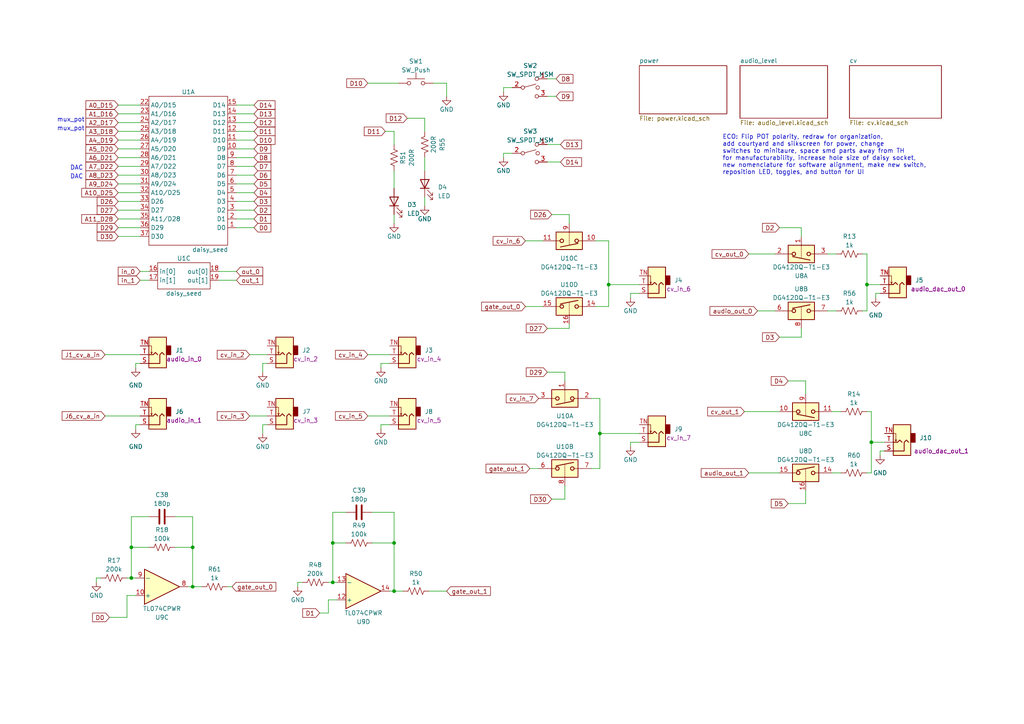
<source format=kicad_sch>
(kicad_sch (version 20231120) (generator "eeschema") (generator_version "8.0")
  (paper "A4")
  (lib_symbols
    (symbol "Amplifier_Operational:TL074" (pin_names (offset 0.127))
      (property "Reference" "U" (at 0 5.08 0))
      (property "Value" "TL074" (at 0 -5.08 0))
      (symbol "TL074_1_1"
        (polyline (pts (xy -5.08 5.08) (xy 5.08 0) (xy -5.08 -5.08) (xy -5.08 5.08)) (stroke (width 0.254)) (fill (type background)))
        (pin output line (at 7.62 0 180) (length 2.54) (name "~") (number "1"))
        (pin input line (at -7.62 -2.54 0) (length 2.54) (name "-") (number "2"))
        (pin input line (at -7.62 2.54 0) (length 2.54) (name "+") (number "3"))
      )
      (symbol "TL074_2_1"
        (polyline (pts (xy -5.08 5.08) (xy 5.08 0) (xy -5.08 -5.08) (xy -5.08 5.08)) (stroke (width 0.254)) (fill (type background)))
        (pin input line (at -7.62 2.54 0) (length 2.54) (name "+") (number "5"))
        (pin input line (at -7.62 -2.54 0) (length 2.54) (name "-") (number "6"))
        (pin output line (at 7.62 0 180) (length 2.54) (name "~") (number "7"))
      )
      (symbol "TL074_3_1"
        (polyline (pts (xy -5.08 5.08) (xy 5.08 0) (xy -5.08 -5.08) (xy -5.08 5.08)) (stroke (width 0.254)) (fill (type background)))
        (pin input line (at -7.62 2.54 0) (length 2.54) (name "+") (number "10"))
        (pin output line (at 7.62 0 180) (length 2.54) (name "~") (number "8"))
        (pin input line (at -7.62 -2.54 0) (length 2.54) (name "-") (number "9"))
      )
      (symbol "TL074_4_1"
        (polyline (pts (xy -5.08 5.08) (xy 5.08 0) (xy -5.08 -5.08) (xy -5.08 5.08)) (stroke (width 0.254)) (fill (type background)))
        (pin input line (at -7.62 2.54 0) (length 2.54) (name "+") (number "12"))
        (pin input line (at -7.62 -2.54 0) (length 2.54) (name "-") (number "13"))
        (pin output line (at 7.62 0 180) (length 2.54) (name "~") (number "14"))
      )
      (symbol "TL074_5_1"
        (pin power_in line (at -2.54 -7.62 90) (length 3.81) (name "V-") (number "11"))
        (pin power_in line (at -2.54 7.62 270) (length 3.81) (name "V+") (number "4"))
      )
    )
    (symbol "Analog_Switch:DG412xUE" (pin_names (offset 0.254))
      (property "Reference" "U" (at -3.175 5.334 0))
      (property "Value" "DG412xUE" (at -3.175 3.556 0))
      (symbol "DG412xUE_1_1"
        (rectangle (start -3.81 2.54) (end 3.81 -2.54) (stroke (width 0.254)) (fill (type background)))
        (circle (center -2.159 0) (radius 0.508) (stroke (width 0.254)))
        (polyline (pts (xy -5.08 0) (xy -2.794 0)))
        (polyline (pts (xy -2.54 0.762) (xy 2.54 1.778)) (stroke (width 0.254)))
        (polyline (pts (xy 0 -2.54) (xy 0 -2.032)))
        (polyline (pts (xy 0 -1.778) (xy 0 -1.524)))
        (polyline (pts (xy 0 -1.27) (xy 0 -1.016)))
        (polyline (pts (xy 0 -0.762) (xy 0 -0.508)))
        (polyline (pts (xy 0 -0.254) (xy 0 0)))
        (polyline (pts (xy 0 0.254) (xy 0 0.508)))
        (polyline (pts (xy 0 0.762) (xy 0 1.016)))
        (polyline (pts (xy 5.08 0) (xy 2.794 0)))
        (circle (center 2.159 0) (radius 0.508) (stroke (width 0.254)))
        (pin input line (at 0 -5.08 90) (length 2.54) (name "~") (number "1"))
        (pin passive line (at -7.62 0 0) (length 2.54) (name "~") (number "2"))
        (pin passive line (at 7.62 0 180) (length 2.54) (name "~") (number "3"))
      )
      (symbol "DG412xUE_2_1"
        (rectangle (start -3.81 2.54) (end 3.81 -2.54) (stroke (width 0.254)) (fill (type background)))
        (circle (center -2.159 0) (radius 0.508) (stroke (width 0.254)))
        (polyline (pts (xy -5.08 0) (xy -2.794 0)))
        (polyline (pts (xy -2.54 0.762) (xy 2.54 1.778)) (stroke (width 0.254)))
        (polyline (pts (xy 0 -2.54) (xy 0 -2.032)))
        (polyline (pts (xy 0 -1.778) (xy 0 -1.524)))
        (polyline (pts (xy 0 -1.27) (xy 0 -1.016)))
        (polyline (pts (xy 0 -0.762) (xy 0 -0.508)))
        (polyline (pts (xy 0 -0.254) (xy 0 0)))
        (polyline (pts (xy 0 0.254) (xy 0 0.508)))
        (polyline (pts (xy 0 0.762) (xy 0 1.016)))
        (polyline (pts (xy 5.08 0) (xy 2.794 0)))
        (circle (center 2.159 0) (radius 0.508) (stroke (width 0.254)))
        (pin passive line (at -7.62 0 0) (length 2.54) (name "~") (number "6"))
        (pin passive line (at 7.62 0 180) (length 2.54) (name "~") (number "7"))
        (pin input line (at 0 -5.08 90) (length 2.54) (name "~") (number "8"))
      )
      (symbol "DG412xUE_3_1"
        (rectangle (start -3.81 2.54) (end 3.81 -2.54) (stroke (width 0.254)) (fill (type background)))
        (circle (center -2.159 0) (radius 0.508) (stroke (width 0.254)))
        (polyline (pts (xy -5.08 0) (xy -2.794 0)))
        (polyline (pts (xy -2.54 0.762) (xy 2.54 1.778)) (stroke (width 0.254)))
        (polyline (pts (xy 0 -2.54) (xy 0 -2.032)))
        (polyline (pts (xy 0 -1.778) (xy 0 -1.524)))
        (polyline (pts (xy 0 -1.27) (xy 0 -1.016)))
        (polyline (pts (xy 0 -0.762) (xy 0 -0.508)))
        (polyline (pts (xy 0 -0.254) (xy 0 0)))
        (polyline (pts (xy 0 0.254) (xy 0 0.508)))
        (polyline (pts (xy 0 0.762) (xy 0 1.016)))
        (polyline (pts (xy 5.08 0) (xy 2.794 0)))
        (circle (center 2.159 0) (radius 0.508) (stroke (width 0.254)))
        (pin passive line (at -7.62 0 0) (length 2.54) (name "~") (number "10"))
        (pin passive line (at 7.62 0 180) (length 2.54) (name "~") (number "11"))
        (pin input line (at 0 -5.08 90) (length 2.54) (name "~") (number "9"))
      )
      (symbol "DG412xUE_4_1"
        (rectangle (start -3.81 2.54) (end 3.81 -2.54) (stroke (width 0.254)) (fill (type background)))
        (circle (center -2.159 0) (radius 0.508) (stroke (width 0.254)))
        (polyline (pts (xy -5.08 0) (xy -2.794 0)))
        (polyline (pts (xy -2.54 0.762) (xy 2.54 1.778)) (stroke (width 0.254)))
        (polyline (pts (xy 0 -2.54) (xy 0 -2.032)))
        (polyline (pts (xy 0 -1.778) (xy 0 -1.524)))
        (polyline (pts (xy 0 -1.27) (xy 0 -1.016)))
        (polyline (pts (xy 0 -0.762) (xy 0 -0.508)))
        (polyline (pts (xy 0 -0.254) (xy 0 0)))
        (polyline (pts (xy 0 0.254) (xy 0 0.508)))
        (polyline (pts (xy 0 0.762) (xy 0 1.016)))
        (polyline (pts (xy 5.08 0) (xy 2.794 0)))
        (circle (center 2.159 0) (radius 0.508) (stroke (width 0.254)))
        (pin passive line (at 7.62 0 180) (length 2.54) (name "~") (number "14"))
        (pin passive line (at -7.62 0 0) (length 2.54) (name "~") (number "15"))
        (pin input line (at 0 -5.08 90) (length 2.54) (name "~") (number "16"))
      )
      (symbol "DG412xUE_5_0"
        (pin power_in line (at 2.54 12.7 270) (length 2.54) (name "VL") (number "12"))
        (pin power_in line (at 0 12.7 270) (length 2.54) (name "V+") (number "13"))
        (pin power_in line (at 2.54 -12.7 90) (length 2.54) (name "V-") (number "4"))
        (pin power_in line (at 0 -12.7 90) (length 2.54) (name "GND") (number "5"))
      )
      (symbol "DG412xUE_5_1"
        (rectangle (start -3.81 10.16) (end 6.35 -10.16) (stroke (width 0.254)) (fill (type background)))
      )
    )
    (symbol "Connector_Audio:AudioJack2_SwitchT"
      (property "Reference" "J" (at 0 8.89 0))
      (property "Value" "AudioJack2_SwitchT" (at 0 6.35 0))
      (symbol "AudioJack2_SwitchT_0_1"
        (rectangle (start -2.54 0) (end -3.81 -2.54) (stroke (width 0.254)) (fill (type outline)))
        (polyline (pts (xy 1.778 -0.254) (xy 2.032 -0.762)))
        (polyline (pts (xy 0 0) (xy 0.635 -0.635) (xy 1.27 0) (xy 2.54 0)) (stroke (width 0.254)))
        (polyline (pts (xy 2.54 -2.54) (xy 1.778 -2.54) (xy 1.778 -0.254) (xy 1.524 -0.762)))
        (polyline (pts (xy 2.54 2.54) (xy -0.635 2.54) (xy -0.635 0) (xy -1.27 -0.635) (xy -1.905 0)) (stroke (width 0.254)))
        (rectangle (start 2.54 3.81) (end -2.54 -5.08) (stroke (width 0.254)) (fill (type background)))
      )
      (symbol "AudioJack2_SwitchT_1_1"
        (pin passive line (at 5.08 2.54 180) (length 2.54) (name "~") (number "S"))
        (pin passive line (at 5.08 0 180) (length 2.54) (name "~") (number "T"))
        (pin passive line (at 5.08 -2.54 180) (length 2.54) (name "~") (number "TN"))
      )
    )
    (symbol "Device:C" (pin_numbers hide) (pin_names (offset 0.254))
      (property "Reference" "C" (at 0.635 2.54 0))
      (property "Value" "C" (at 0.635 -2.54 0))
      (symbol "C_0_1"
        (polyline (pts (xy -2.032 -0.762) (xy 2.032 -0.762)) (stroke (width 0.508)))
        (polyline (pts (xy -2.032 0.762) (xy 2.032 0.762)) (stroke (width 0.508)))
      )
      (symbol "C_1_1"
        (pin passive line (at 0 3.81 270) (length 2.794) (name "~") (number "1"))
        (pin passive line (at 0 -3.81 90) (length 2.794) (name "~") (number "2"))
      )
    )
    (symbol "Device:LED" (pin_numbers hide) (pin_names (offset 1.016) hide)
      (property "Reference" "D" (at 0 2.54 0))
      (property "Value" "LED" (at 0 -2.54 0))
      (symbol "LED_0_1"
        (polyline (pts (xy -1.27 -1.27) (xy -1.27 1.27)) (stroke (width 0.254)))
        (polyline (pts (xy -1.27 0) (xy 1.27 0)))
        (polyline (pts (xy 1.27 -1.27) (xy 1.27 1.27) (xy -1.27 0) (xy 1.27 -1.27)) (stroke (width 0.254)))
        (polyline (pts (xy -3.048 -0.762) (xy -4.572 -2.286) (xy -3.81 -2.286) (xy -4.572 -2.286) (xy -4.572 -1.524)))
        (polyline (pts (xy -1.778 -0.762) (xy -3.302 -2.286) (xy -2.54 -2.286) (xy -3.302 -2.286) (xy -3.302 -1.524)))
      )
      (symbol "LED_1_1"
        (pin passive line (at -3.81 0 0) (length 2.54) (name "K") (number "1"))
        (pin passive line (at 3.81 0 180) (length 2.54) (name "A") (number "2"))
      )
    )
    (symbol "Device:R_US" (pin_numbers hide) (pin_names (offset 0))
      (property "Reference" "R" (at 2.54 0 90))
      (property "Value" "R_US" (at -2.54 0 90))
      (symbol "R_US_0_1"
        (polyline (pts (xy 0 -2.286) (xy 0 -2.54)))
        (polyline (pts (xy 0 2.286) (xy 0 2.54)))
        (polyline (pts (xy 0 -0.762) (xy 1.016 -1.143) (xy 0 -1.524) (xy -1.016 -1.905) (xy 0 -2.286)))
        (polyline (pts (xy 0 0.762) (xy 1.016 0.381) (xy 0 0) (xy -1.016 -0.381) (xy 0 -0.762)))
        (polyline (pts (xy 0 2.286) (xy 1.016 1.905) (xy 0 1.524) (xy -1.016 1.143) (xy 0 0.762)))
      )
      (symbol "R_US_1_1"
        (pin passive line (at 0 3.81 270) (length 1.27) (name "~") (number "1"))
        (pin passive line (at 0 -3.81 90) (length 1.27) (name "~") (number "2"))
      )
    )
    (symbol "Switch:SW_Push" (pin_numbers hide) (pin_names (offset 1.016) hide)
      (property "Reference" "SW" (at 1.27 2.54 0))
      (property "Value" "SW_Push" (at 0 -1.524 0))
      (symbol "SW_Push_0_1"
        (circle (center -2.032 0) (radius 0.508))
        (polyline (pts (xy 0 1.27) (xy 0 3.048)))
        (polyline (pts (xy 2.54 1.27) (xy -2.54 1.27)))
        (circle (center 2.032 0) (radius 0.508))
        (pin passive line (at -5.08 0 0) (length 2.54) (name "1") (number "1"))
        (pin passive line (at 5.08 0 180) (length 2.54) (name "2") (number "2"))
      )
    )
    (symbol "Switch:SW_SPDT_MSM" (pin_names (offset 0) hide)
      (property "Reference" "SW" (at 0 5.08 0))
      (property "Value" "SW_SPDT_MSM" (at 0 -5.08 0))
      (symbol "SW_SPDT_MSM_0_0"
        (circle (center -2.032 0) (radius 0.508))
        (polyline (pts (xy -1.524 0.127) (xy 1.778 1.016)))
        (circle (center 2.032 -2.54) (radius 0.508))
      )
      (symbol "SW_SPDT_MSM_0_1"
        (circle (center 2.032 2.54) (radius 0.508))
        (circle (center 2.286 0) (radius 0.508))
      )
      (symbol "SW_SPDT_MSM_1_1"
        (pin passive line (at 5.08 2.54 180) (length 2.54) (name "1") (number "1"))
        (pin passive line (at -5.08 0 0) (length 2.54) (name "2") (number "2"))
        (pin passive line (at 5.08 -2.54 180) (length 2.54) (name "3") (number "3"))
      )
    )
    (symbol "daisy_seed_1"
      (property "Reference" "U" (at -6.35 1.27 0))
      (symbol "daisy_seed_1_1_1"
        (rectangle (start -11.43 0) (end -11.43 0))
        (rectangle (start -11.43 0) (end 11.43 -43.18))
        (pin input line (at 13.97 -38.1 180) (length 2.54) (name "D0") (number "1"))
        (pin input line (at 13.97 -15.24 180) (length 2.54) (name "D9") (number "10"))
        (pin input line (at 13.97 -12.7 180) (length 2.54) (name "D10") (number "11"))
        (pin input line (at 13.97 -10.16 180) (length 2.54) (name "D11") (number "12"))
        (pin input line (at 13.97 -7.62 180) (length 2.54) (name "D12") (number "13"))
        (pin input line (at 13.97 -5.08 180) (length 2.54) (name "D13") (number "14"))
        (pin input line (at 13.97 -2.54 180) (length 2.54) (name "D14") (number "15"))
        (pin input line (at 13.97 -35.56 180) (length 2.54) (name "D1") (number "2"))
        (pin bidirectional line (at -13.97 -2.54 0) (length 2.54) (name "A0/D15") (number "22"))
        (pin bidirectional line (at -13.97 -5.08 0) (length 2.54) (name "A1/D16") (number "23"))
        (pin bidirectional line (at -13.97 -7.62 0) (length 2.54) (name "A2/D17") (number "24"))
        (pin bidirectional line (at -13.97 -10.16 0) (length 2.54) (name "A3/D18") (number "25"))
        (pin bidirectional line (at -13.97 -12.7 0) (length 2.54) (name "A4/D19") (number "26"))
        (pin bidirectional line (at -13.97 -15.24 0) (length 2.54) (name "A5/D20") (number "27"))
        (pin bidirectional line (at -13.97 -17.78 0) (length 2.54) (name "A6/D21") (number "28"))
        (pin bidirectional line (at -13.97 -20.32 0) (length 2.54) (name "A7/D22") (number "29"))
        (pin input line (at 13.97 -33.02 180) (length 2.54) (name "D2") (number "3"))
        (pin bidirectional line (at -13.97 -22.86 0) (length 2.54) (name "A8/D23") (number "30"))
        (pin bidirectional line (at -13.97 -25.4 0) (length 2.54) (name "A9/D24") (number "31"))
        (pin bidirectional line (at -13.97 -27.94 0) (length 2.54) (name "A10/D25") (number "32"))
        (pin bidirectional line (at -13.97 -30.48 0) (length 2.54) (name "D26") (number "33"))
        (pin bidirectional line (at -13.97 -33.02 0) (length 2.54) (name "D27") (number "34"))
        (pin bidirectional line (at -13.97 -35.56 0) (length 2.54) (name "A11/D28") (number "35"))
        (pin bidirectional line (at -13.97 -38.1 0) (length 2.54) (name "D29") (number "36"))
        (pin bidirectional line (at -13.97 -40.64 0) (length 2.54) (name "D30") (number "37"))
        (pin input line (at 13.97 -30.48 180) (length 2.54) (name "D3") (number "4"))
        (pin input line (at 13.97 -27.94 180) (length 2.54) (name "D4") (number "5"))
        (pin input line (at 13.97 -25.4 180) (length 2.54) (name "D5") (number "6"))
        (pin input line (at 13.97 -22.86 180) (length 2.54) (name "D6") (number "7"))
        (pin input line (at 13.97 -20.32 180) (length 2.54) (name "D7") (number "8"))
        (pin input line (at 13.97 -17.78 180) (length 2.54) (name "D8") (number "9"))
      )
      (symbol "daisy_seed_1_2_1"
        (rectangle (start -10.16 0) (end 10.16 -12.7))
        (pin power_in line (at -12.7 -10.16 0) (length 2.54) (name "AGND") (number "20"))
        (pin power_out line (at 12.7 -8.89 180) (length 2.54) (name "3V3_Analog") (number "21"))
        (pin power_out line (at 12.7 -3.81 180) (length 2.54) (name "3V3_Digital") (number "38"))
        (pin power_in line (at -12.7 -2.54 0) (length 2.54) (name "VIN") (number "39"))
        (pin power_in line (at -12.7 -6.35 0) (length 2.54) (name "DGND") (number "40"))
      )
      (symbol "daisy_seed_1_3_1"
        (rectangle (start -7.62 0) (end 7.62 -7.62))
        (pin input line (at -10.16 -2.54 0) (length 2.54) (name "in[0]") (number "16"))
        (pin input line (at -10.16 -5.08 0) (length 2.54) (name "in[1]") (number "17"))
        (pin output line (at 10.16 -2.54 180) (length 2.54) (name "out[0]") (number "18"))
        (pin output line (at 10.16 -5.08 180) (length 2.54) (name "out[1]") (number "19"))
      )
    )
    (symbol "power:GND" (power) (pin_names (offset 0))
      (property "Value" "GND" (at 0 -3.81 0))
      (symbol "GND_0_1"
        (polyline (pts (xy 0 0) (xy 0 -1.27) (xy 1.27 -1.27) (xy 0 -2.54) (xy -1.27 -1.27) (xy 0 -1.27)))
      )
      (symbol "GND_1_1"
        (pin power_in line (at 0 0 270) (length 0) hide (name "GND") (number "1"))
      )
    )
    (symbol "synthesis:daisy_seed"
      (property "Reference" "U" (at -6.35 1.27 0))
      (symbol "daisy_seed_1_1"
        (rectangle (start -11.43 0) (end -11.43 0))
        (rectangle (start -11.43 0) (end 11.43 -43.18))
        (pin input line (at 13.97 -38.1 180) (length 2.54) (name "D0") (number "1"))
        (pin input line (at 13.97 -15.24 180) (length 2.54) (name "D9") (number "10"))
        (pin input line (at 13.97 -12.7 180) (length 2.54) (name "D10") (number "11"))
        (pin input line (at 13.97 -10.16 180) (length 2.54) (name "D11") (number "12"))
        (pin input line (at 13.97 -7.62 180) (length 2.54) (name "D12") (number "13"))
        (pin input line (at 13.97 -5.08 180) (length 2.54) (name "D13") (number "14"))
        (pin input line (at 13.97 -2.54 180) (length 2.54) (name "D14") (number "15"))
        (pin input line (at 13.97 -35.56 180) (length 2.54) (name "D1") (number "2"))
        (pin bidirectional line (at -13.97 -2.54 0) (length 2.54) (name "A0/D15") (number "22"))
        (pin bidirectional line (at -13.97 -5.08 0) (length 2.54) (name "A1/D16") (number "23"))
        (pin bidirectional line (at -13.97 -7.62 0) (length 2.54) (name "A2/D17") (number "24"))
        (pin bidirectional line (at -13.97 -10.16 0) (length 2.54) (name "A3/D18") (number "25"))
        (pin bidirectional line (at -13.97 -12.7 0) (length 2.54) (name "A4/D19") (number "26"))
        (pin bidirectional line (at -13.97 -15.24 0) (length 2.54) (name "A5/D20") (number "27"))
        (pin bidirectional line (at -13.97 -17.78 0) (length 2.54) (name "A6/D21") (number "28"))
        (pin bidirectional line (at -13.97 -20.32 0) (length 2.54) (name "A7/D22") (number "29"))
        (pin input line (at 13.97 -33.02 180) (length 2.54) (name "D2") (number "3"))
        (pin bidirectional line (at -13.97 -22.86 0) (length 2.54) (name "A8/D23") (number "30"))
        (pin bidirectional line (at -13.97 -25.4 0) (length 2.54) (name "A9/D24") (number "31"))
        (pin bidirectional line (at -13.97 -27.94 0) (length 2.54) (name "A10/D25") (number "32"))
        (pin bidirectional line (at -13.97 -30.48 0) (length 2.54) (name "D26") (number "33"))
        (pin bidirectional line (at -13.97 -33.02 0) (length 2.54) (name "D27") (number "34"))
        (pin bidirectional line (at -13.97 -35.56 0) (length 2.54) (name "A11/D28") (number "35"))
        (pin bidirectional line (at -13.97 -38.1 0) (length 2.54) (name "D29") (number "36"))
        (pin bidirectional line (at -13.97 -40.64 0) (length 2.54) (name "D30") (number "37"))
        (pin input line (at 13.97 -30.48 180) (length 2.54) (name "D3") (number "4"))
        (pin input line (at 13.97 -27.94 180) (length 2.54) (name "D4") (number "5"))
        (pin input line (at 13.97 -25.4 180) (length 2.54) (name "D5") (number "6"))
        (pin input line (at 13.97 -22.86 180) (length 2.54) (name "D6") (number "7"))
        (pin input line (at 13.97 -20.32 180) (length 2.54) (name "D7") (number "8"))
        (pin input line (at 13.97 -17.78 180) (length 2.54) (name "D8") (number "9"))
      )
      (symbol "daisy_seed_2_1"
        (rectangle (start -10.16 0) (end 10.16 -12.7))
        (pin power_in line (at -12.7 -10.16 0) (length 2.54) (name "AGND") (number "20"))
        (pin power_out line (at 12.7 -8.89 180) (length 2.54) (name "3V3_Analog") (number "21"))
        (pin power_out line (at 12.7 -3.81 180) (length 2.54) (name "3V3_Digital") (number "38"))
        (pin power_in line (at -12.7 -2.54 0) (length 2.54) (name "VIN") (number "39"))
        (pin power_in line (at -12.7 -6.35 0) (length 2.54) (name "DGND") (number "40"))
      )
      (symbol "daisy_seed_3_1"
        (rectangle (start -7.62 0) (end 7.62 -7.62))
        (pin input line (at -10.16 -2.54 0) (length 2.54) (name "in[0]") (number "16"))
        (pin input line (at -10.16 -5.08 0) (length 2.54) (name "in[1]") (number "17"))
        (pin output line (at 10.16 -2.54 180) (length 2.54) (name "out[0]") (number "18"))
        (pin output line (at 10.16 -5.08 180) (length 2.54) (name "out[1]") (number "19"))
      )
    )
  )
  (junction (at 252.73 128.27))
  (junction (at 38.1 158.75))
  (junction (at 96.52 157.48))
  (junction (at 251.46 82.55))
  (junction (at 173.99 125.73))
  (junction (at 114.3 171.45))
  (junction (at 38.1 167.64))
  (junction (at 55.88 170.18))
  (junction (at 55.88 158.75))
  (junction (at 176.53 82.55))
  (junction (at 114.3 157.48))
  (junction (at 96.52 168.91))
  (wire (pts (xy 252.73 128.27) (xy 256.54 128.27)))
  (wire (pts (xy 34.29 66.04) (xy 40.64 66.04)))
  (wire (pts (xy 38.1 149.86) (xy 38.1 158.75)))
  (wire (pts (xy 160.02 62.23) (xy 165.1 62.23)))
  (wire (pts (xy 55.88 158.75) (xy 55.88 170.18)))
  (wire (pts (xy 232.41 66.04) (xy 232.41 68.58)))
  (wire (pts (xy 34.29 40.64) (xy 40.64 40.64)))
  (wire (pts (xy 110.49 106.68) (xy 110.49 105.41)))
  (wire (pts (xy 55.88 149.86) (xy 55.88 158.75)))
  (wire (pts (xy 123.19 57.15) (xy 123.19 59.69)))
  (wire (pts (xy 39.37 105.41) (xy 40.64 105.41)))
  (wire (pts (xy 107.95 148.59) (xy 114.3 148.59)))
  (wire (pts (xy 38.1 167.64) (xy 38.1 158.75)))
  (wire (pts (xy 27.94 168.91) (xy 27.94 167.64)))
  (wire (pts (xy 68.58 33.02) (xy 73.66 33.02)))
  (wire (pts (xy 114.3 157.48) (xy 114.3 171.45)))
  (wire (pts (xy 255.27 132.08) (xy 255.27 130.81)))
  (wire (pts (xy 182.88 86.36) (xy 182.88 85.09)))
  (wire (pts (xy 55.88 170.18) (xy 58.42 170.18)))
  (wire (pts (xy 172.72 69.85) (xy 176.53 69.85)))
  (wire (pts (xy 76.2 125.73) (xy 76.2 123.19)))
  (wire (pts (xy 38.1 167.64) (xy 39.37 167.64)))
  (wire (pts (xy 232.41 97.79) (xy 232.41 95.25)))
  (wire (pts (xy 158.75 46.99) (xy 162.56 46.99)))
  (wire (pts (xy 63.5 78.74) (xy 68.58 78.74)))
  (wire (pts (xy 68.58 43.18) (xy 73.66 43.18)))
  (wire (pts (xy 34.29 58.42) (xy 40.64 58.42)))
  (wire (pts (xy 96.52 148.59) (xy 96.52 157.48)))
  (wire (pts (xy 163.83 107.95) (xy 163.83 110.49)))
  (wire (pts (xy 125.73 24.13) (xy 129.54 24.13)))
  (wire (pts (xy 34.29 55.88) (xy 40.64 55.88)))
  (wire (pts (xy 68.58 53.34) (xy 73.66 53.34)))
  (wire (pts (xy 68.58 35.56) (xy 73.66 35.56)))
  (wire (pts (xy 251.46 82.55) (xy 251.46 90.17)))
  (wire (pts (xy 158.75 22.86) (xy 161.29 22.86)))
  (wire (pts (xy 34.29 35.56) (xy 40.64 35.56)))
  (wire (pts (xy 124.46 171.45) (xy 129.54 171.45)))
  (wire (pts (xy 34.29 30.48) (xy 40.64 30.48)))
  (wire (pts (xy 228.6 110.49) (xy 233.68 110.49)))
  (wire (pts (xy 182.88 129.54) (xy 182.88 128.27)))
  (wire (pts (xy 111.76 38.1) (xy 114.3 38.1)))
  (wire (pts (xy 72.39 102.87) (xy 77.47 102.87)))
  (wire (pts (xy 250.19 90.17) (xy 251.46 90.17)))
  (wire (pts (xy 176.53 82.55) (xy 185.42 82.55)))
  (wire (pts (xy 176.53 88.9) (xy 176.53 82.55)))
  (wire (pts (xy 118.11 34.29) (xy 123.19 34.29)))
  (wire (pts (xy 68.58 66.04) (xy 73.66 66.04)))
  (wire (pts (xy 68.58 55.88) (xy 73.66 55.88)))
  (wire (pts (xy 106.68 120.65) (xy 113.03 120.65)))
  (wire (pts (xy 76.2 105.41) (xy 77.47 105.41)))
  (wire (pts (xy 106.68 102.87) (xy 113.03 102.87)))
  (wire (pts (xy 39.37 106.68) (xy 39.37 105.41)))
  (wire (pts (xy 34.29 60.96) (xy 40.64 60.96)))
  (wire (pts (xy 158.75 107.95) (xy 163.83 107.95)))
  (wire (pts (xy 68.58 63.5) (xy 73.66 63.5)))
  (wire (pts (xy 27.94 167.64) (xy 29.21 167.64)))
  (wire (pts (xy 160.02 144.78) (xy 163.83 144.78)))
  (wire (pts (xy 50.8 158.75) (xy 55.88 158.75)))
  (wire (pts (xy 165.1 62.23) (xy 165.1 64.77)))
  (wire (pts (xy 252.73 119.38) (xy 251.46 119.38)))
  (wire (pts (xy 86.36 170.18) (xy 86.36 168.91)))
  (wire (pts (xy 66.04 170.18) (xy 67.31 170.18)))
  (wire (pts (xy 95.25 173.99) (xy 95.25 177.8)))
  (wire (pts (xy 36.83 172.72) (xy 39.37 172.72)))
  (wire (pts (xy 100.33 148.59) (xy 96.52 148.59)))
  (wire (pts (xy 76.2 107.95) (xy 76.2 105.41)))
  (wire (pts (xy 34.29 48.26) (xy 40.64 48.26)))
  (wire (pts (xy 114.3 148.59) (xy 114.3 157.48)))
  (wire (pts (xy 114.3 171.45) (xy 116.84 171.45)))
  (wire (pts (xy 233.68 110.49) (xy 233.68 114.3)))
  (wire (pts (xy 38.1 158.75) (xy 43.18 158.75)))
  (wire (pts (xy 95.25 173.99) (xy 97.79 173.99)))
  (wire (pts (xy 182.88 85.09) (xy 185.42 85.09)))
  (wire (pts (xy 251.46 73.66) (xy 250.19 73.66)))
  (wire (pts (xy 107.95 157.48) (xy 114.3 157.48)))
  (wire (pts (xy 158.75 27.94) (xy 161.29 27.94)))
  (wire (pts (xy 173.99 125.73) (xy 185.42 125.73)))
  (wire (pts (xy 95.25 168.91) (xy 96.52 168.91)))
  (wire (pts (xy 72.39 120.65) (xy 77.47 120.65)))
  (wire (pts (xy 34.29 68.58) (xy 40.64 68.58)))
  (wire (pts (xy 251.46 137.16) (xy 252.73 137.16)))
  (wire (pts (xy 68.58 38.1) (xy 73.66 38.1)))
  (wire (pts (xy 30.48 120.65) (xy 40.64 120.65)))
  (wire (pts (xy 152.4 88.9) (xy 157.48 88.9)))
  (wire (pts (xy 152.4 69.85) (xy 157.48 69.85)))
  (wire (pts (xy 254 85.09) (xy 255.27 85.09)))
  (wire (pts (xy 240.03 90.17) (xy 242.57 90.17)))
  (wire (pts (xy 165.1 95.25) (xy 165.1 93.98)))
  (wire (pts (xy 68.58 58.42) (xy 73.66 58.42)))
  (wire (pts (xy 50.8 149.86) (xy 55.88 149.86)))
  (wire (pts (xy 34.29 53.34) (xy 40.64 53.34)))
  (wire (pts (xy 252.73 128.27) (xy 252.73 119.38)))
  (wire (pts (xy 217.17 137.16) (xy 226.06 137.16)))
  (wire (pts (xy 146.05 25.4) (xy 148.59 25.4)))
  (wire (pts (xy 34.29 63.5) (xy 40.64 63.5)))
  (wire (pts (xy 254 86.36) (xy 254 85.09)))
  (wire (pts (xy 163.83 144.78) (xy 163.83 140.97)))
  (wire (pts (xy 219.71 90.17) (xy 224.79 90.17)))
  (wire (pts (xy 92.71 177.8) (xy 95.25 177.8)))
  (wire (pts (xy 34.29 38.1) (xy 40.64 38.1)))
  (wire (pts (xy 171.45 135.89) (xy 173.99 135.89)))
  (wire (pts (xy 146.05 44.45) (xy 148.59 44.45)))
  (wire (pts (xy 173.99 125.73) (xy 173.99 135.89)))
  (wire (pts (xy 114.3 62.23) (xy 114.3 64.77)))
  (wire (pts (xy 110.49 124.46) (xy 110.49 123.19)))
  (wire (pts (xy 171.45 115.57) (xy 173.99 115.57)))
  (wire (pts (xy 251.46 82.55) (xy 251.46 73.66)))
  (wire (pts (xy 251.46 82.55) (xy 255.27 82.55)))
  (wire (pts (xy 100.33 157.48) (xy 96.52 157.48)))
  (wire (pts (xy 31.75 179.07) (xy 36.83 179.07)))
  (wire (pts (xy 241.3 137.16) (xy 243.84 137.16)))
  (wire (pts (xy 240.03 73.66) (xy 242.57 73.66)))
  (wire (pts (xy 114.3 38.1) (xy 114.3 41.91)))
  (wire (pts (xy 68.58 50.8) (xy 73.66 50.8)))
  (wire (pts (xy 68.58 48.26) (xy 73.66 48.26)))
  (wire (pts (xy 34.29 50.8) (xy 40.64 50.8)))
  (wire (pts (xy 96.52 157.48) (xy 96.52 168.91)))
  (wire (pts (xy 153.67 135.89) (xy 156.21 135.89)))
  (wire (pts (xy 36.83 172.72) (xy 36.83 179.07)))
  (wire (pts (xy 123.19 45.72) (xy 123.19 49.53)))
  (wire (pts (xy 158.75 41.91) (xy 162.56 41.91)))
  (wire (pts (xy 55.88 170.18) (xy 54.61 170.18)))
  (wire (pts (xy 182.88 128.27) (xy 185.42 128.27)))
  (wire (pts (xy 39.37 123.19) (xy 40.64 123.19)))
  (wire (pts (xy 76.2 123.19) (xy 77.47 123.19)))
  (wire (pts (xy 39.37 124.46) (xy 39.37 123.19)))
  (wire (pts (xy 217.17 73.66) (xy 224.79 73.66)))
  (wire (pts (xy 123.19 34.29) (xy 123.19 38.1)))
  (wire (pts (xy 110.49 123.19) (xy 113.03 123.19)))
  (wire (pts (xy 228.6 146.05) (xy 233.68 146.05)))
  (wire (pts (xy 30.48 102.87) (xy 40.64 102.87)))
  (wire (pts (xy 176.53 69.85) (xy 176.53 82.55)))
  (wire (pts (xy 215.9 119.38) (xy 226.06 119.38)))
  (wire (pts (xy 114.3 171.45) (xy 113.03 171.45)))
  (wire (pts (xy 255.27 130.81) (xy 256.54 130.81)))
  (wire (pts (xy 68.58 40.64) (xy 73.66 40.64)))
  (wire (pts (xy 34.29 45.72) (xy 40.64 45.72)))
  (wire (pts (xy 129.54 24.13) (xy 129.54 27.94)))
  (wire (pts (xy 241.3 119.38) (xy 243.84 119.38)))
  (wire (pts (xy 68.58 45.72) (xy 73.66 45.72)))
  (wire (pts (xy 114.3 49.53) (xy 114.3 54.61)))
  (wire (pts (xy 146.05 45.72) (xy 146.05 44.45)))
  (wire (pts (xy 233.68 146.05) (xy 233.68 142.24)))
  (wire (pts (xy 96.52 168.91) (xy 97.79 168.91)))
  (wire (pts (xy 40.64 81.28) (xy 43.18 81.28)))
  (wire (pts (xy 63.5 81.28) (xy 68.58 81.28)))
  (wire (pts (xy 106.68 24.13) (xy 115.57 24.13)))
  (wire (pts (xy 158.75 95.25) (xy 165.1 95.25)))
  (wire (pts (xy 252.73 137.16) (xy 252.73 128.27)))
  (wire (pts (xy 172.72 88.9) (xy 176.53 88.9)))
  (wire (pts (xy 34.29 33.02) (xy 40.64 33.02)))
  (wire (pts (xy 43.18 149.86) (xy 38.1 149.86)))
  (wire (pts (xy 146.05 26.67) (xy 146.05 25.4)))
  (wire (pts (xy 226.06 97.79) (xy 232.41 97.79)))
  (wire (pts (xy 36.83 167.64) (xy 38.1 167.64)))
  (wire (pts (xy 86.36 168.91) (xy 87.63 168.91)))
  (wire (pts (xy 68.58 60.96) (xy 73.66 60.96)))
  (wire (pts (xy 226.06 66.04) (xy 232.41 66.04)))
  (wire (pts (xy 173.99 115.57) (xy 173.99 125.73)))
  (wire (pts (xy 34.29 43.18) (xy 40.64 43.18)))
  (wire (pts (xy 40.64 78.74) (xy 43.18 78.74)))
  (wire (pts (xy 68.58 30.48) (xy 73.66 30.48)))
  (wire (pts (xy 110.49 105.41) (xy 113.03 105.41)))
  (text "ECO: Flip POT polarity, redraw for organization, \nadd courtyard and silkscreen for power, change \nswitches to minitaure, space smd parts away from TH \nfor manufacturability, increase hole size of daisy socket,\nnew nomenclature for software alignment, make new switch,\nreposition LED, toggles, and button for UI" (at 209.55 50.8 0) (effects (font (size 1.27 1.27)) (justify left bottom)))
  (text "DAC" (at 20.32 49.53 0) (effects (font (size 1.27 1.27)) (justify left bottom)))
  (text "mux_pot" (at 16.51 35.56 0) (effects (font (size 1.27 1.27)) (justify left bottom)))
  (text "DAC" (at 20.32 52.07 0) (effects (font (size 1.27 1.27)) (justify left bottom)))
  (text "mux_pot" (at 16.51 38.1 0) (effects (font (size 1.27 1.27)) (justify left bottom)))
  (global_label "D12" (shape input) (at 73.66 35.56 0) (property "Intersheetrefs" "${INTERSHEET_REFS}" (effects (hide yes))))
  (global_label "D2" (shape input) (at 73.66 60.96 0) (property "Intersheetrefs" "${INTERSHEET_REFS}" (effects (hide yes))))
  (global_label "gate_out_0" (shape input) (at 152.4 88.9 180) (property "Intersheetrefs" "${INTERSHEET_REFS}" (effects (hide yes))))
  (global_label "D0" (shape input) (at 31.75 179.07 180) (property "Intersheetrefs" "${INTERSHEET_REFS}" (effects (hide yes))))
  (global_label "A8_D23" (shape input) (at 34.29 50.8 180) (property "Intersheetrefs" "${INTERSHEET_REFS}" (effects (hide yes))))
  (global_label "D2" (shape input) (at 226.06 66.04 180) (property "Intersheetrefs" "${INTERSHEET_REFS}" (effects (hide yes))))
  (global_label "A7_D22" (shape input) (at 34.29 48.26 180) (property "Intersheetrefs" "${INTERSHEET_REFS}" (effects (hide yes))))
  (global_label "gate_out_0" (shape input) (at 67.31 170.18 0) (property "Intersheetrefs" "${INTERSHEET_REFS}" (effects (hide yes))))
  (global_label "in_1" (shape input) (at 40.64 81.28 180) (property "Intersheetrefs" "${INTERSHEET_REFS}" (effects (hide yes))))
  (global_label "cv_out_0" (shape input) (at 217.17 73.66 180) (property "Intersheetrefs" "${INTERSHEET_REFS}" (effects (hide yes))))
  (global_label "D8" (shape input) (at 161.29 22.86 0) (property "Intersheetrefs" "${INTERSHEET_REFS}" (effects (hide yes))))
  (global_label "D1" (shape input) (at 73.66 63.5 0) (property "Intersheetrefs" "${INTERSHEET_REFS}" (effects (hide yes))))
  (global_label "D9" (shape input) (at 161.29 27.94 0) (property "Intersheetrefs" "${INTERSHEET_REFS}" (effects (hide yes))))
  (global_label "cv_in_7" (shape input) (at 156.21 115.57 180) (property "Intersheetrefs" "${INTERSHEET_REFS}" (effects (hide yes))))
  (global_label "gate_out_1" (shape input) (at 153.67 135.89 180) (property "Intersheetrefs" "${INTERSHEET_REFS}" (effects (hide yes))))
  (global_label "D9" (shape input) (at 73.66 43.18 0) (property "Intersheetrefs" "${INTERSHEET_REFS}" (effects (hide yes))))
  (global_label "J1_cv_a_in" (shape input) (at 30.48 102.87 180) (property "Intersheetrefs" "${INTERSHEET_REFS}" (effects (hide yes))))
  (global_label "D4" (shape input) (at 228.6 110.49 180) (property "Intersheetrefs" "${INTERSHEET_REFS}" (effects (hide yes))))
  (global_label "A0_D15" (shape input) (at 34.29 30.48 180) (property "Intersheetrefs" "${INTERSHEET_REFS}" (effects (hide yes))))
  (global_label "D0" (shape input) (at 73.66 66.04 0) (property "Intersheetrefs" "${INTERSHEET_REFS}" (effects (hide yes))))
  (global_label "cv_out_1" (shape input) (at 215.9 119.38 180) (property "Intersheetrefs" "${INTERSHEET_REFS}" (effects (hide yes))))
  (global_label "A10_D25" (shape input) (at 34.29 55.88 180) (property "Intersheetrefs" "${INTERSHEET_REFS}" (effects (hide yes))))
  (global_label "out_0" (shape input) (at 68.58 78.74 0) (property "Intersheetrefs" "${INTERSHEET_REFS}" (effects (hide yes))))
  (global_label "D29" (shape input) (at 34.29 66.04 180) (property "Intersheetrefs" "${INTERSHEET_REFS}" (effects (hide yes))))
  (global_label "D29" (shape input) (at 158.75 107.95 180) (property "Intersheetrefs" "${INTERSHEET_REFS}" (effects (hide yes))))
  (global_label "D26" (shape input) (at 34.29 58.42 180) (property "Intersheetrefs" "${INTERSHEET_REFS}" (effects (hide yes))))
  (global_label "in_0" (shape input) (at 40.64 78.74 180) (property "Intersheetrefs" "${INTERSHEET_REFS}" (effects (hide yes))))
  (global_label "cv_in_2" (shape input) (at 72.39 102.87 180) (property "Intersheetrefs" "${INTERSHEET_REFS}" (effects (hide yes))))
  (global_label "D6" (shape input) (at 73.66 50.8 0) (property "Intersheetrefs" "${INTERSHEET_REFS}" (effects (hide yes))))
  (global_label "D5" (shape input) (at 228.6 146.05 180) (property "Intersheetrefs" "${INTERSHEET_REFS}" (effects (hide yes))))
  (global_label "cv_in_4" (shape input) (at 106.68 102.87 180) (property "Intersheetrefs" "${INTERSHEET_REFS}" (effects (hide yes))))
  (global_label "cv_in_3" (shape input) (at 72.39 120.65 180) (property "Intersheetrefs" "${INTERSHEET_REFS}" (effects (hide yes))))
  (global_label "D12" (shape input) (at 118.11 34.29 180) (property "Intersheetrefs" "${INTERSHEET_REFS}" (effects (hide yes))))
  (global_label "D13" (shape input) (at 162.56 41.91 0) (property "Intersheetrefs" "${INTERSHEET_REFS}" (effects (hide yes))))
  (global_label "A9_D24" (shape input) (at 34.29 53.34 180) (property "Intersheetrefs" "${INTERSHEET_REFS}" (effects (hide yes))))
  (global_label "gate_out_1" (shape input) (at 129.54 171.45 0) (property "Intersheetrefs" "${INTERSHEET_REFS}" (effects (hide yes))))
  (global_label "out_1" (shape input) (at 68.58 81.28 0) (property "Intersheetrefs" "${INTERSHEET_REFS}" (effects (hide yes))))
  (global_label "A6_D21" (shape input) (at 34.29 45.72 180) (property "Intersheetrefs" "${INTERSHEET_REFS}" (effects (hide yes))))
  (global_label "A5_D20" (shape input) (at 34.29 43.18 180) (property "Intersheetrefs" "${INTERSHEET_REFS}" (effects (hide yes))))
  (global_label "cv_in_5" (shape input) (at 106.68 120.65 180) (property "Intersheetrefs" "${INTERSHEET_REFS}" (effects (hide yes))))
  (global_label "J6_cv_a_in" (shape input) (at 30.48 120.65 180) (property "Intersheetrefs" "${INTERSHEET_REFS}" (effects (hide yes))))
  (global_label "D11" (shape input) (at 111.76 38.1 180) (property "Intersheetrefs" "${INTERSHEET_REFS}" (effects (hide yes))))
  (global_label "D27" (shape input) (at 158.75 95.25 180) (property "Intersheetrefs" "${INTERSHEET_REFS}" (effects (hide yes))))
  (global_label "D27" (shape input) (at 34.29 60.96 180) (property "Intersheetrefs" "${INTERSHEET_REFS}" (effects (hide yes))))
  (global_label "audio_out_0" (shape input) (at 219.71 90.17 180) (property "Intersheetrefs" "${INTERSHEET_REFS}" (effects (hide yes))))
  (global_label "A11_D28" (shape input) (at 34.29 63.5 180) (property "Intersheetrefs" "${INTERSHEET_REFS}" (effects (hide yes))))
  (global_label "D3" (shape input) (at 73.66 58.42 0) (property "Intersheetrefs" "${INTERSHEET_REFS}" (effects (hide yes))))
  (global_label "cv_in_6" (shape input) (at 152.4 69.85 180) (property "Intersheetrefs" "${INTERSHEET_REFS}" (effects (hide yes))))
  (global_label "A3_D18" (shape input) (at 34.29 38.1 180) (property "Intersheetrefs" "${INTERSHEET_REFS}" (effects (hide yes))))
  (global_label "A4_D19" (shape input) (at 34.29 40.64 180) (property "Intersheetrefs" "${INTERSHEET_REFS}" (effects (hide yes))))
  (global_label "A1_D16" (shape input) (at 34.29 33.02 180) (property "Intersheetrefs" "${INTERSHEET_REFS}" (effects (hide yes))))
  (global_label "D8" (shape input) (at 73.66 45.72 0) (property "Intersheetrefs" "${INTERSHEET_REFS}" (effects (hide yes))))
  (global_label "D7" (shape input) (at 73.66 48.26 0) (property "Intersheetrefs" "${INTERSHEET_REFS}" (effects (hide yes))))
  (global_label "D26" (shape input) (at 160.02 62.23 180) (property "Intersheetrefs" "${INTERSHEET_REFS}" (effects (hide yes))))
  (global_label "D5" (shape input) (at 73.66 53.34 0) (property "Intersheetrefs" "${INTERSHEET_REFS}" (effects (hide yes))))
  (global_label "D14" (shape input) (at 162.56 46.99 0) (property "Intersheetrefs" "${INTERSHEET_REFS}" (effects (hide yes))))
  (global_label "D30" (shape input) (at 160.02 144.78 180) (property "Intersheetrefs" "${INTERSHEET_REFS}" (effects (hide yes))))
  (global_label "audio_out_1" (shape input) (at 217.17 137.16 180) (property "Intersheetrefs" "${INTERSHEET_REFS}" (effects (hide yes))))
  (global_label "D3" (shape input) (at 226.06 97.79 180) (property "Intersheetrefs" "${INTERSHEET_REFS}" (effects (hide yes))))
  (global_label "A2_D17" (shape input) (at 34.29 35.56 180) (property "Intersheetrefs" "${INTERSHEET_REFS}" (effects (hide yes))))
  (global_label "D30" (shape input) (at 34.29 68.58 180) (property "Intersheetrefs" "${INTERSHEET_REFS}" (effects (hide yes))))
  (global_label "D1" (shape input) (at 92.71 177.8 180) (property "Intersheetrefs" "${INTERSHEET_REFS}" (effects (hide yes))))
  (global_label "D10" (shape input) (at 106.68 24.13 180) (property "Intersheetrefs" "${INTERSHEET_REFS}" (effects (hide yes))))
  (global_label "D14" (shape input) (at 73.66 30.48 0) (property "Intersheetrefs" "${INTERSHEET_REFS}" (effects (hide yes))))
  (global_label "D13" (shape input) (at 73.66 33.02 0) (property "Intersheetrefs" "${INTERSHEET_REFS}" (effects (hide yes))))
  (global_label "D4" (shape input) (at 73.66 55.88 0) (property "Intersheetrefs" "${INTERSHEET_REFS}" (effects (hide yes))))
  (global_label "D11" (shape input) (at 73.66 38.1 0) (property "Intersheetrefs" "${INTERSHEET_REFS}" (effects (hide yes))))
  (global_label "D10" (shape input) (at 73.66 40.64 0) (property "Intersheetrefs" "${INTERSHEET_REFS}" (effects (hide yes))))
  (symbol (lib_id "Analog_Switch:DG412xUE") (at 165.1 88.9 0) (unit 4)
    (property "Reference" "U10" (at 165.1 82.55 0))
    (property "Value" "DG412DQ-T1-E3" (at 165.1 85.09 0))
    (property "Footprint" "Package_SO:TSSOP-16_4.4x5mm_P0.65mm" (effects (hide yes)))
    (property "Datasheet" "https://datasheets.maximintegrated.com/en/ds/DG411-DG413.pdf" (effects (hide yes)))
  )
  (symbol (lib_id "Connector_Audio:AudioJack2_SwitchT") (at 118.11 102.87 180) (unit 1)
    (property "Reference" "J3" (at 123.19 101.6 0) (effects (justify right)))
    (property "Value" "thonkiconn" (effects (hide yes)))
    (property "Footprint" "synthesis:thonkiconn" (effects (hide yes)))
    (property "Signal" "cv_in_4" (at 124.46 104.14 0))
  )
  (symbol (lib_id "Connector_Audio:AudioJack2_SwitchT") (at 45.72 102.87 180) (unit 1)
    (property "Reference" "J1" (at 52.07 101.6 0))
    (property "Value" "thonkiconn" (effects (hide yes)))
    (property "Footprint" "synthesis:thonkiconn" (effects (hide yes)))
    (property "Signal" "audio_in_0" (at 48.26 104.14 0) (effects (justify right)))
  )
  (symbol (lib_id "Device:R_US") (at 123.19 41.91 0) (mirror x) (unit 1)
    (property "Reference" "R55" (at 128.27 41.91 90))
    (property "Value" "200R" (at 125.73 41.91 90))
    (property "Footprint" "Resistor_SMD:R_0603_1608Metric" (effects (hide yes)))
  )
  (symbol (lib_id "power:GND") (at 182.88 86.36 0) (unit 1)
    (property "Reference" "#PWR057" (effects (hide yes)))
    (property "Value" "GND" (at 182.88 90.17 0))
  )
  (symbol (lib_id "Device:R_US") (at 246.38 73.66 90) (unit 1)
    (property "Reference" "R13" (at 246.38 68.58 90))
    (property "Value" "1k" (at 246.38 71.12 90))
    (property "Footprint" "Capacitor_SMD:C_1210_3225Metric" (effects (hide yes)))
  )
  (symbol (lib_id "power:GND") (at 76.2 107.95 0) (unit 1)
    (property "Reference" "#PWR063" (effects (hide yes)))
    (property "Value" "GND" (at 76.2 111.76 0))
  )
  (symbol (lib_id "Device:R_US") (at 246.38 90.17 90) (unit 1)
    (property "Reference" "R56" (at 246.38 85.09 90))
    (property "Value" "1k" (at 246.38 87.63 90))
    (property "Footprint" "Capacitor_SMD:C_1210_3225Metric" (effects (hide yes)))
  )
  (symbol (lib_name "daisy_seed_1") (lib_id "synthesis:daisy_seed") (at 54.61 27.94 0) (unit 1)
    (property "Reference" "U1" (at 54.61 26.67 0))
    (property "Value" "daisy_seed" (at 60.96 72.39 0))
    (property "Footprint" "synthesis:daisy_seed" (effects (hide yes)))
  )
  (symbol (lib_id "Connector_Audio:AudioJack2_SwitchT") (at 261.62 128.27 180) (unit 1)
    (property "Reference" "J10" (at 266.7 127 0) (effects (justify right)))
    (property "Value" "thonkiconn" (effects (hide yes)))
    (property "Footprint" "synthesis:thonkiconn" (effects (hide yes)))
    (property "Signal" "audio_dac_out_1" (at 273.05 130.81 0))
  )
  (symbol (lib_id "Connector_Audio:AudioJack2_SwitchT") (at 260.35 82.55 180) (unit 1)
    (property "Reference" "J5" (at 265.43 81.28 0) (effects (justify right)))
    (property "Value" "thonkiconn" (effects (hide yes)))
    (property "Footprint" "synthesis:thonkiconn" (effects (hide yes)))
    (property "Signal" "audio_dac_out_0" (at 264.16 83.82 0) (effects (justify right)))
  )
  (symbol (lib_id "Analog_Switch:DG412xUE") (at 163.83 115.57 180) (unit 1)
    (property "Reference" "U10" (at 163.83 120.65 0))
    (property "Value" "DG412DQ-T1-E3" (at 163.83 123.19 0))
    (property "Footprint" "Package_SO:TSSOP-16_4.4x5mm_P0.65mm" (effects (hide yes)))
    (property "Datasheet" "https://datasheets.maximintegrated.com/en/ds/DG411-DG413.pdf" (effects (hide yes)))
  )
  (symbol (lib_id "power:GND") (at 123.19 59.69 0) (unit 1)
    (property "Reference" "#PWR0107" (effects (hide yes)))
    (property "Value" "GND" (at 123.19 63.5 0))
  )
  (symbol (lib_id "Analog_Switch:DG412xUE") (at 233.68 137.16 0) (unit 4)
    (property "Reference" "U8" (at 233.68 130.81 0))
    (property "Value" "DG412DQ-T1-E3" (at 233.68 133.35 0))
    (property "Footprint" "Package_SO:TSSOP-16_4.4x5mm_P0.65mm" (effects (hide yes)))
    (property "Datasheet" "https://datasheets.maximintegrated.com/en/ds/DG411-DG413.pdf" (effects (hide yes)))
  )
  (symbol (lib_id "Switch:SW_SPDT_MSM") (at 153.67 25.4 0) (unit 1)
    (property "Reference" "SW2" (at 153.797 19.05 0))
    (property "Value" "SW_SPDT_MSM" (at 153.797 21.59 0))
    (property "Footprint" "synthesis:subminiature_toggle_spdt_mom" (effects (hide yes)))
  )
  (symbol (lib_id "Device:R_US") (at 247.65 119.38 90) (unit 1)
    (property "Reference" "R14" (at 247.65 114.3 90))
    (property "Value" "1k" (at 247.65 116.84 90))
    (property "Footprint" "Capacitor_SMD:C_1210_3225Metric" (effects (hide yes)))
  )
  (symbol (lib_id "Device:C") (at 46.99 149.86 270) (unit 1)
    (property "Reference" "C38" (at 46.99 143.51 90))
    (property "Value" "180p" (at 46.99 146.05 90))
    (property "Footprint" "Capacitor_SMD:C_0603_1608Metric" (effects (hide yes)))
  )
  (symbol (lib_id "Switch:SW_Push") (at 120.65 24.13 0) (unit 1)
    (property "Reference" "SW1" (at 120.65 17.78 0))
    (property "Value" "SW_Push" (at 120.65 20.32 0))
    (property "Footprint" "Button_Switch_THT:SW_TH_Tactile_Omron_B3F-10xx" (effects (hide yes)))
  )
  (symbol (lib_id "Device:R_US") (at 33.02 167.64 90) (unit 1)
    (property "Reference" "R17" (at 33.02 162.56 90))
    (property "Value" "200k" (at 33.02 165.1 90))
    (property "Footprint" "Resistor_SMD:R_0603_1608Metric" (effects (hide yes)))
  )
  (symbol (lib_id "power:GND") (at 146.05 45.72 0) (unit 1)
    (property "Reference" "#PWR08" (effects (hide yes)))
    (property "Value" "GND" (at 146.05 49.53 0))
  )
  (symbol (lib_id "power:GND") (at 39.37 124.46 0) (unit 1)
    (property "Reference" "#PWR031" (effects (hide yes)))
    (property "Value" "GND" (at 39.37 129.54 0))
  )
  (symbol (lib_id "Amplifier_Operational:TL074") (at 105.41 171.45 0) (mirror x) (unit 4)
    (property "Reference" "U9" (at 105.41 180.34 0))
    (property "Value" "TL074CPWR" (at 105.41 177.8 0))
    (property "Footprint" "Package_SO:TSSOP-14_4.4x5mm_P0.65mm" (effects (hide yes)))
    (property "Datasheet" "http://www.ti.com/lit/ds/symlink/tl071.pdf" (effects (hide yes)))
  )
  (symbol (lib_id "Device:R_US") (at 247.65 137.16 90) (unit 1)
    (property "Reference" "R60" (at 247.65 132.08 90))
    (property "Value" "1k" (at 247.65 134.62 90))
    (property "Footprint" "Capacitor_SMD:C_1210_3225Metric" (effects (hide yes)))
  )
  (symbol (lib_id "Device:R_US") (at 62.23 170.18 90) (unit 1)
    (property "Reference" "R61" (at 62.23 165.1 90))
    (property "Value" "1k" (at 62.23 167.64 90))
    (property "Footprint" "Capacitor_SMD:C_1210_3225Metric" (effects (hide yes)))
  )
  (symbol (lib_id "Connector_Audio:AudioJack2_SwitchT") (at 190.5 82.55 180) (unit 1)
    (property "Reference" "J4" (at 195.58 81.28 0) (effects (justify right)))
    (property "Value" "thonkiconn" (effects (hide yes)))
    (property "Footprint" "synthesis:thonkiconn" (effects (hide yes)))
    (property "Signal" "cv_in_6" (at 196.85 83.82 0))
  )
  (symbol (lib_id "Device:C") (at 104.14 148.59 270) (unit 1)
    (property "Reference" "C39" (at 104.14 142.24 90))
    (property "Value" "180p" (at 104.14 144.78 90))
    (property "Footprint" "Capacitor_SMD:C_0603_1608Metric" (effects (hide yes)))
  )
  (symbol (lib_id "Connector_Audio:AudioJack2_SwitchT") (at 45.72 120.65 180) (unit 1)
    (property "Reference" "J6" (at 52.07 119.38 0))
    (property "Value" "thonkiconn" (effects (hide yes)))
    (property "Footprint" "synthesis:thonkiconn" (effects (hide yes)))
    (property "Signal" "audio_in_1" (at 48.26 121.92 0) (effects (justify right)))
  )
  (symbol (lib_id "Analog_Switch:DG412xUE") (at 163.83 135.89 0) (unit 2)
    (property "Reference" "U10" (at 163.83 129.54 0))
    (property "Value" "DG412DQ-T1-E3" (at 163.83 132.08 0))
    (property "Footprint" "Package_SO:TSSOP-16_4.4x5mm_P0.65mm" (effects (hide yes)))
    (property "Datasheet" "https://datasheets.maximintegrated.com/en/ds/DG411-DG413.pdf" (effects (hide yes)))
  )
  (symbol (lib_id "power:GND") (at 254 86.36 0) (unit 1)
    (property "Reference" "#PWR032" (effects (hide yes)))
    (property "Value" "GND" (at 254 91.44 0))
  )
  (symbol (lib_id "power:GND") (at 129.54 27.94 0) (unit 1)
    (property "Reference" "#PWR0112" (effects (hide yes)))
    (property "Value" "GND" (at 129.54 31.75 0))
  )
  (symbol (lib_id "Connector_Audio:AudioJack2_SwitchT") (at 118.11 120.65 180) (unit 1)
    (property "Reference" "J8" (at 123.19 119.38 0) (effects (justify right)))
    (property "Value" "thonkiconn" (effects (hide yes)))
    (property "Footprint" "synthesis:thonkiconn" (effects (hide yes)))
    (property "Signal" "cv_in_5" (at 124.46 121.92 0))
  )
  (symbol (lib_id "Connector_Audio:AudioJack2_SwitchT") (at 190.5 125.73 180) (unit 1)
    (property "Reference" "J9" (at 195.58 124.46 0) (effects (justify right)))
    (property "Value" "thonkiconn" (effects (hide yes)))
    (property "Footprint" "synthesis:thonkiconn" (effects (hide yes)))
    (property "Signal" "cv_in_7" (at 196.85 127 0))
  )
  (symbol (lib_id "power:GND") (at 110.49 124.46 0) (unit 1)
    (property "Reference" "#PWR064" (effects (hide yes)))
    (property "Value" "GND" (at 110.49 128.27 0))
  )
  (symbol (lib_id "Device:LED") (at 114.3 58.42 90) (unit 1)
    (property "Reference" "D3" (at 118.11 59.3725 90) (effects (justify right)))
    (property "Value" "LED" (at 118.11 61.9125 90) (effects (justify right)))
    (property "Footprint" "LED_THT:LED_D3.0mm" (effects (hide yes)))
  )
  (symbol (lib_id "Device:LED") (at 123.19 53.34 90) (unit 1)
    (property "Reference" "D4" (at 127 54.2925 90) (effects (justify right)))
    (property "Value" "LED" (at 127 56.8325 90) (effects (justify right)))
    (property "Footprint" "LED_THT:LED_D3.0mm" (effects (hide yes)))
  )
  (symbol (lib_id "power:GND") (at 86.36 170.18 0) (unit 1)
    (property "Reference" "#PWR0104" (effects (hide yes)))
    (property "Value" "GND" (at 86.36 173.99 0))
  )
  (symbol (lib_id "synthesis:daisy_seed") (at 53.34 76.2 0) (unit 3)
    (property "Reference" "U1" (at 53.34 74.93 0))
    (property "Value" "daisy_seed" (at 53.34 85.09 0))
    (property "Footprint" "synthesis:daisy_seed" (effects (hide yes)))
  )
  (symbol (lib_id "Connector_Audio:AudioJack2_SwitchT") (at 82.55 102.87 180) (unit 1)
    (property "Reference" "J2" (at 87.63 101.6 0) (effects (justify right)))
    (property "Value" "thonkiconn" (effects (hide yes)))
    (property "Footprint" "synthesis:thonkiconn" (effects (hide yes)))
    (property "Signal" "cv_in_2" (at 85.09 104.14 0) (effects (justify right)))
  )
  (symbol (lib_id "Analog_Switch:DG412xUE") (at 165.1 69.85 180) (unit 3)
    (property "Reference" "U10" (at 165.1 74.93 0))
    (property "Value" "DG412DQ-T1-E3" (at 165.1 77.47 0))
    (property "Footprint" "Package_SO:TSSOP-16_4.4x5mm_P0.65mm" (effects (hide yes)))
    (property "Datasheet" "https://datasheets.maximintegrated.com/en/ds/DG411-DG413.pdf" (effects (hide yes)))
  )
  (symbol (lib_id "Device:R_US") (at 120.65 171.45 90) (unit 1)
    (property "Reference" "R50" (at 120.65 166.37 90))
    (property "Value" "1k" (at 120.65 168.91 90))
    (property "Footprint" "Capacitor_SMD:C_1210_3225Metric" (effects (hide yes)))
  )
  (symbol (lib_id "power:GND") (at 39.37 106.68 0) (unit 1)
    (property "Reference" "#PWR029" (effects (hide yes)))
    (property "Value" "GND" (at 39.37 111.76 0))
  )
  (symbol (lib_id "Amplifier_Operational:TL074") (at 46.99 170.18 0) (mirror x) (unit 3)
    (property "Reference" "U9" (at 46.99 179.07 0))
    (property "Value" "TL074CPWR" (at 46.99 176.53 0))
    (property "Footprint" "Package_SO:TSSOP-14_4.4x5mm_P0.65mm" (effects (hide yes)))
    (property "Datasheet" "http://www.ti.com/lit/ds/symlink/tl071.pdf" (effects (hide yes)))
  )
  (symbol (lib_id "Device:R_US") (at 114.3 45.72 180) (unit 1)
    (property "Reference" "R51" (at 116.84 45.72 90))
    (property "Value" "200R" (at 119.38 45.72 90))
    (property "Footprint" "Resistor_SMD:R_0603_1608Metric" (effects (hide yes)))
  )
  (symbol (lib_id "power:GND") (at 27.94 168.91 0) (unit 1)
    (property "Reference" "#PWR0103" (effects (hide yes)))
    (property "Value" "GND" (at 27.94 172.72 0))
  )
  (symbol (lib_id "power:GND") (at 146.05 26.67 0) (unit 1)
    (property "Reference" "#PWR0105" (effects (hide yes)))
    (property "Value" "GND" (at 146.05 30.48 0))
  )
  (symbol (lib_id "power:GND") (at 182.88 129.54 0) (unit 1)
    (property "Reference" "#PWR056" (effects (hide yes)))
    (property "Value" "GND" (at 182.88 133.35 0))
  )
  (symbol (lib_id "Device:R_US") (at 91.44 168.91 90) (unit 1)
    (property "Reference" "R48" (at 91.44 163.83 90))
    (property "Value" "200k" (at 91.44 166.37 90))
    (property "Footprint" "Resistor_SMD:R_0603_1608Metric" (effects (hide yes)))
  )
  (symbol (lib_id "Analog_Switch:DG412xUE") (at 232.41 73.66 0) (mirror x) (unit 1)
    (property "Reference" "U8" (at 232.41 80.01 0))
    (property "Value" "DG412DQ-T1-E3" (at 232.41 77.47 0))
    (property "Footprint" "Package_SO:TSSOP-16_4.4x5mm_P0.65mm" (effects (hide yes)))
    (property "Datasheet" "https://datasheets.maximintegrated.com/en/ds/DG411-DG413.pdf" (effects (hide yes)))
  )
  (symbol (lib_id "Device:R_US") (at 104.14 157.48 90) (unit 1)
    (property "Reference" "R49" (at 104.14 152.4 90))
    (property "Value" "100k" (at 104.14 154.94 90))
    (property "Footprint" "Resistor_SMD:R_0603_1608Metric" (effects (hide yes)))
  )
  (symbol (lib_id "Connector_Audio:AudioJack2_SwitchT") (at 82.55 120.65 180) (unit 1)
    (property "Reference" "J7" (at 88.9 119.38 0))
    (property "Value" "thonkiconn" (effects (hide yes)))
    (property "Footprint" "synthesis:thonkiconn" (effects (hide yes)))
    (property "Signal" "cv_in_3" (at 85.09 121.92 0) (effects (justify right)))
  )
  (symbol (lib_id "Analog_Switch:DG412xUE") (at 232.41 90.17 0) (unit 2)
    (property "Reference" "U8" (at 232.41 83.82 0))
    (property "Value" "DG412DQ-T1-E3" (at 232.41 86.36 0))
    (property "Footprint" "Package_SO:TSSOP-16_4.4x5mm_P0.65mm" (effects (hide yes)))
    (property "Datasheet" "https://datasheets.maximintegrated.com/en/ds/DG411-DG413.pdf" (effects (hide yes)))
  )
  (symbol (lib_id "power:GND") (at 114.3 64.77 0) (unit 1)
    (property "Reference" "#PWR0106" (effects (hide yes)))
    (property "Value" "GND" (at 114.3 68.58 0))
  )
  (symbol (lib_id "power:GND") (at 255.27 132.08 0) (unit 1)
    (property "Reference" "#PWR030" (effects (hide yes)))
    (property "Value" "GND" (at 255.27 137.16 0))
  )
  (symbol (lib_id "power:GND") (at 110.49 106.68 0) (unit 1)
    (property "Reference" "#PWR065" (effects (hide yes)))
    (property "Value" "GND" (at 110.49 110.49 0))
  )
  (symbol (lib_id "power:GND") (at 76.2 125.73 0) (unit 1)
    (property "Reference" "#PWR062" (effects (hide yes)))
    (property "Value" "GND" (at 76.2 129.54 0))
  )
  (symbol (lib_id "Analog_Switch:DG412xUE") (at 233.68 119.38 0) (mirror x) (unit 3)
    (property "Reference" "U8" (at 233.68 125.73 0))
    (property "Value" "DG412DQ-T1-E3" (at 233.68 123.19 0))
    (property "Footprint" "Package_SO:TSSOP-16_4.4x5mm_P0.65mm" (effects (hide yes)))
    (property "Datasheet" "https://datasheets.maximintegrated.com/en/ds/DG411-DG413.pdf" (effects (hide yes)))
  )
  (symbol (lib_id "Switch:SW_SPDT_MSM") (at 153.67 44.45 0) (unit 1)
    (property "Reference" "SW3" (at 153.797 38.1 0))
    (property "Value" "SW_SPDT_MSM" (at 153.797 40.64 0))
    (property "Footprint" "synthesis:subminiature_toggle_spdt_mom" (effects (hide yes)))
  )
  (symbol (lib_id "Device:R_US") (at 46.99 158.75 90) (unit 1)
    (property "Reference" "R18" (at 46.99 153.67 90))
    (property "Value" "100k" (at 46.99 156.21 90))
    (property "Footprint" "Resistor_SMD:R_0603_1608Metric" (effects (hide yes)))
  )
  (sheet (at 214.63 19.05) (size 25.4 15.24) (stroke (width 0.1524))
    (property "Sheetname" "audio_level" (at 214.63 18.3384 0) (effects (justify left bottom)))
    (property "Sheetfile" "audio_level.kicad_sch" (at 214.63 34.8746 0) (effects (justify left top)))
  )
  (sheet (at 246.38 19.05) (size 26.67 15.24) (stroke (width 0.1524))
    (property "Sheetname" "cv" (at 246.38 18.3384 0) (effects (justify left bottom)))
    (property "Sheetfile" "cv.kicad_sch" (at 246.38 34.8746 0) (effects (justify left top)))
  )
  (sheet (at 185.42 19.05) (size 25.4 13.97) (stroke (width 0.1524))
    (property "Sheetname" "power" (at 185.42 18.3384 0) (effects (justify left bottom)))
    (property "Sheetfile" "power.kicad_sch" (at 185.42 33.6046 0) (effects (justify left top)))
  )
)
</source>
